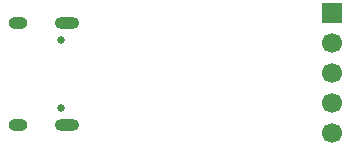
<source format=gbs>
G04 #@! TF.GenerationSoftware,KiCad,Pcbnew,9.0.1*
G04 #@! TF.CreationDate,2025-08-21T17:20:26+05:00*
G04 #@! TF.ProjectId,usb_to_uart,7573625f-746f-45f7-9561-72742e6b6963,rev?*
G04 #@! TF.SameCoordinates,Original*
G04 #@! TF.FileFunction,Soldermask,Bot*
G04 #@! TF.FilePolarity,Negative*
%FSLAX46Y46*%
G04 Gerber Fmt 4.6, Leading zero omitted, Abs format (unit mm)*
G04 Created by KiCad (PCBNEW 9.0.1) date 2025-08-21 17:20:26*
%MOMM*%
%LPD*%
G01*
G04 APERTURE LIST*
%ADD10R,1.700000X1.700000*%
%ADD11C,1.700000*%
%ADD12C,0.650000*%
%ADD13O,2.100000X1.000000*%
%ADD14O,1.600000X1.000000*%
G04 APERTURE END LIST*
D10*
X143215000Y-99120000D03*
D11*
X143215000Y-101660000D03*
X143215000Y-104200000D03*
X143215000Y-106740000D03*
X143215000Y-109280000D03*
D12*
X120240000Y-101360000D03*
X120240000Y-107140000D03*
D13*
X120770000Y-99930000D03*
D14*
X116590000Y-99930000D03*
D13*
X120770000Y-108570000D03*
D14*
X116590000Y-108570000D03*
M02*

</source>
